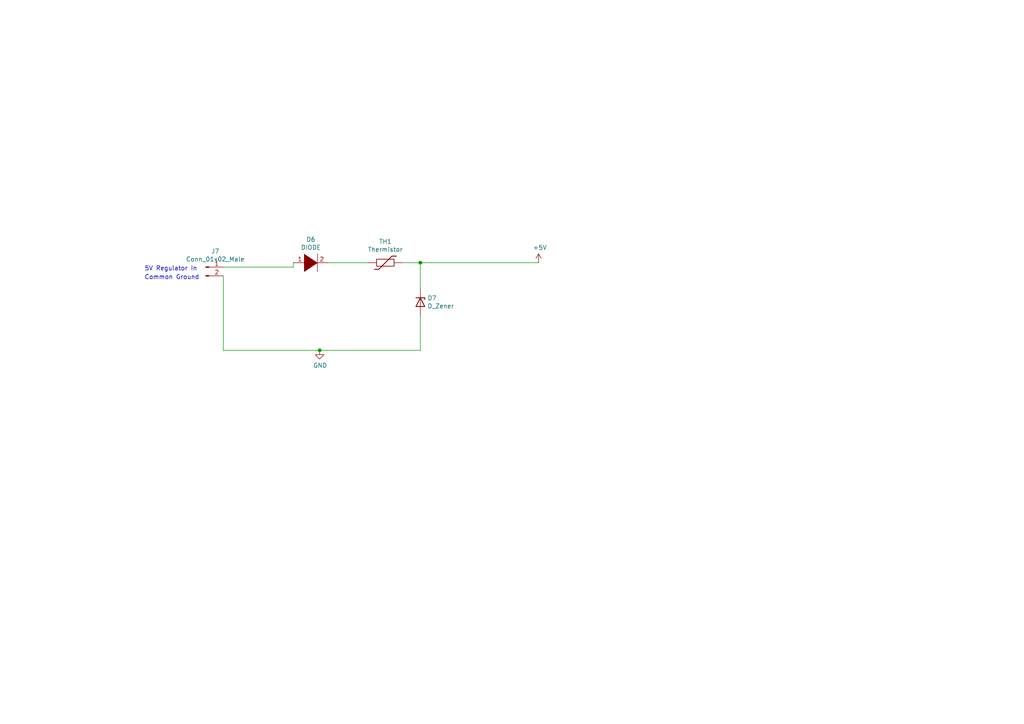
<source format=kicad_sch>
(kicad_sch (version 20230121) (generator eeschema)
  (paper "A4")
  (lib_symbols
    (symbol "Device:D_Zener" (pin_numbers hide) (pin_names (offset 1.016) hide)
      (property "Reference" "D" (at 0 2.54 0))
      (property "Value" "D_Zener" (at 0 -2.54 0))
      (symbol "D_Zener_0_1"
        (polyline (pts (xy 1.27 0) (xy -1.27 0)))
        (polyline (pts (xy -1.27 -1.27) (xy -1.27 1.27) (xy -0.762 1.27)) (stroke (width 0.254)))
        (polyline (pts (xy 1.27 -1.27) (xy 1.27 1.27) (xy -1.27 0) (xy 1.27 -1.27)) (stroke (width 0.254)))
      )
      (symbol "D_Zener_1_1"
        (pin passive line (at -3.81 0 0) (length 2.54) (name "K") (number "1"))
        (pin passive line (at 3.81 0 180) (length 2.54) (name "A") (number "2"))
      )
    )
    (symbol "Device:Thermistor" (pin_numbers hide) (pin_names (offset 0))
      (property "Reference" "TH" (at 2.54 1.27 90))
      (property "Value" "Thermistor" (at -2.54 0 90))
      (symbol "Thermistor_0_1"
        (rectangle (start -1.016 2.54) (end 1.016 -2.54) (stroke (width 0.2032)))
        (polyline (pts (xy -1.905 3.175) (xy -1.905 1.905) (xy 1.905 -1.905) (xy 1.905 -3.175) (xy 1.905 -3.175)) (stroke (width 0.254)))
      )
      (symbol "Thermistor_1_1"
        (pin passive line (at 0 5.08 270) (length 2.54) (name "~") (number "1"))
        (pin passive line (at 0 -5.08 90) (length 2.54) (name "~") (number "2"))
      )
    )
    (symbol "Motherboard_2023-rescue:Conn_01x02_Male-Connector" (pin_names (offset 1.016) hide)
      (property "Reference" "J" (at 0 2.54 0))
      (property "Value" "Connector_Conn_01x02_Male" (at 0 -5.08 0))
      (symbol "Conn_01x02_Male-Connector_1_1"
        (polyline (pts (xy 1.27 -2.54) (xy 0.8636 -2.54)) (stroke (width 0.1524)))
        (polyline (pts (xy 1.27 0) (xy 0.8636 0)) (stroke (width 0.1524)))
        (rectangle (start 0.8636 -2.413) (end 0 -2.667) (stroke (width 0.1524)) (fill (type outline)))
        (rectangle (start 0.8636 0.127) (end 0 -0.127) (stroke (width 0.1524)) (fill (type outline)))
        (pin passive line (at 5.08 0 180) (length 3.81) (name "Pin_1") (number "1"))
        (pin passive line (at 5.08 -2.54 180) (length 3.81) (name "Pin_2") (number "2"))
      )
    )
    (symbol "Motherboard_2023-rescue:DIODE-pspice" (pin_names (offset 1.016) hide)
      (property "Reference" "D" (at 0 3.81 0))
      (property "Value" "pspice_DIODE" (at 0 -4.445 0))
      (symbol "DIODE-pspice_0_1"
        (polyline (pts (xy 1.905 2.54) (xy 1.905 -2.54)))
        (polyline (pts (xy -1.905 2.54) (xy -1.905 -2.54) (xy 1.905 0)) (fill (type outline)))
      )
      (symbol "DIODE-pspice_1_1"
        (pin input line (at -5.08 0 0) (length 3.81) (name "K") (number "1"))
        (pin input line (at 5.08 0 180) (length 3.81) (name "A") (number "2"))
      )
    )
    (symbol "power:+5V" (power) (pin_names (offset 0))
      (property "Value" "+5V" (at 0 3.556 0))
      (symbol "+5V_0_1"
        (polyline (pts (xy -0.762 1.27) (xy 0 2.54)))
        (polyline (pts (xy 0 0) (xy 0 2.54)))
        (polyline (pts (xy 0 2.54) (xy 0.762 1.27)))
      )
      (symbol "+5V_1_1"
        (pin power_in line (at 0 0 90) (length 0) hide (name "+5V") (number "1"))
      )
    )
    (symbol "power:GND" (power) (pin_names (offset 0))
      (property "Value" "GND" (at 0 -3.81 0))
      (symbol "GND_0_1"
        (polyline (pts (xy 0 0) (xy 0 -1.27) (xy 1.27 -1.27) (xy 0 -2.54) (xy -1.27 -1.27) (xy 0 -1.27)))
      )
      (symbol "GND_1_1"
        (pin power_in line (at 0 0 270) (length 0) hide (name "GND") (number "1"))
      )
    )
  )
  (junction (at 121.92 76.2))
  (junction (at 92.71 101.6))
  (wire (pts (xy 95.25 76.2) (xy 106.68 76.2)))
  (wire (pts (xy 85.09 77.47) (xy 85.09 76.2)))
  (wire (pts (xy 121.92 101.6) (xy 121.92 91.44)))
  (wire (pts (xy 116.84 76.2) (xy 121.92 76.2)))
  (wire (pts (xy 64.77 80.01) (xy 64.77 101.6)))
  (wire (pts (xy 92.71 101.6) (xy 121.92 101.6)))
  (wire (pts (xy 121.92 76.2) (xy 156.21 76.2)))
  (wire (pts (xy 64.77 77.47) (xy 85.09 77.47)))
  (wire (pts (xy 64.77 101.6) (xy 92.71 101.6)))
  (wire (pts (xy 121.92 76.2) (xy 121.92 83.82)))
  (text "Common Ground" (at 41.91 81.28 0) (effects (font (size 1.27 1.27)) (justify left bottom)))
  (text "5V Regulator In\n" (at 41.91 78.74 0) (effects (font (size 1.27 1.27)) (justify left bottom)))
  (symbol (lib_id "Device:D_Zener") (at 121.92 87.63 270) (unit 1)
    (property "Reference" "D7" (at 123.952 86.4616 90) (effects (justify left)))
    (property "Value" "D_Zener" (at 123.952 88.773 90) (effects (justify left)))
    (property "Footprint" "Diode_THT:D_DO-15_P5.08mm_Vertical_KathodeUp" (effects hide))
    (instances (project "Motherboard23-24" (path "" (reference "D7") (unit 1))) (project "Motherboard_2023" (path "" (reference "D2") (unit 1))))
  )
  (symbol (lib_id "Motherboard_2023-rescue:Conn_01x02_Male-Connector") (at 59.69 77.47 0) (unit 1)
    (property "Reference" "J7" (at 62.4332 72.8726 0))
    (property "Value" "Conn_01x02_Male" (at 62.4332 75.184 0))
    (property "Footprint" "TerminalBlock_Phoenix:TerminalBlock_Phoenix_MKDS-1,5-2-5.08_1x02_P5.08mm_Horizontal" (effects hide))
  )
  (symbol (lib_id "Motherboard_2023-rescue:DIODE-pspice") (at 90.17 76.2 0) (unit 1)
    (property "Reference" "D6" (at 90.17 69.469 0))
    (property "Value" "DIODE" (at 90.17 71.7804 0))
    (property "Footprint" "Diode_THT:D_DO-15_P5.08mm_Vertical_KathodeUp" (effects hide))
    (instances (project "Motherboard23-24" (path "" (reference "D6") (unit 1))) (project "Motherboard_2023" (path "" (reference "D1") (unit 1))))
  )
  (symbol (lib_id "Device:Thermistor") (at 111.76 76.2 270) (unit 1)
    (property "Reference" "TH1" (at 111.76 70.0532 90))
    (property "Value" "Thermistor" (at 111.76 72.3646 90))
    (property "Footprint" "Resistor_THT:R_Axial_DIN0414_L11.9mm_D4.5mm_P5.08mm_Vertical" (effects hide))
  )
  (symbol (lib_id "power:GND") (at 92.71 101.6 0) (unit 1)
    (property "Reference" "#PWR01" (effects hide))
    (property "Value" "GND" (at 92.837 105.9942 0))
    (instances (project "Motherboard23-24" (path "" (reference "#PWR01") (unit 1))) (project "Motherboard_2023" (path "" (reference "#PWR026") (unit 1))))
  )
  (symbol (lib_id "power:+5V") (at 156.21 76.2 0) (unit 1)
    (property "Reference" "#PWR02" (effects hide))
    (property "Value" "+5V" (at 156.591 71.8058 0))
    (instances (project "Motherboard23-24" (path "" (reference "#PWR02") (unit 1))) (project "Motherboard_2023" (path "" (reference "#PWR027") (unit 1))))
  )
)
</source>
